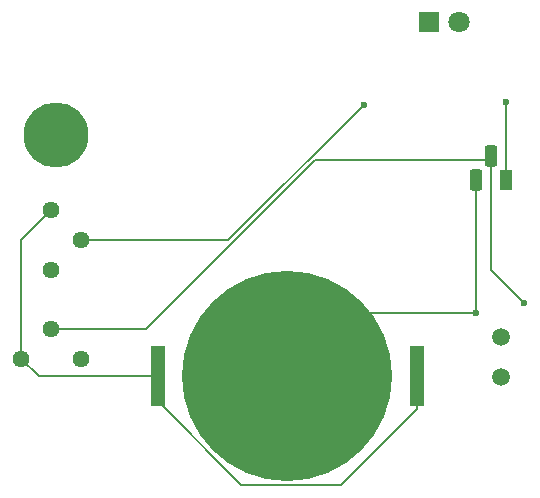
<source format=gbr>
%TF.GenerationSoftware,KiCad,Pcbnew,8.0.7*%
%TF.CreationDate,2025-06-23T15:52:58+10:00*%
%TF.ProjectId,solder,736f6c64-6572-42e6-9b69-6361645f7063,rev?*%
%TF.SameCoordinates,Original*%
%TF.FileFunction,Copper,L2,Bot*%
%TF.FilePolarity,Positive*%
%FSLAX46Y46*%
G04 Gerber Fmt 4.6, Leading zero omitted, Abs format (unit mm)*
G04 Created by KiCad (PCBNEW 8.0.7) date 2025-06-23 15:52:58*
%MOMM*%
%LPD*%
G01*
G04 APERTURE LIST*
G04 Aperture macros list*
%AMRoundRect*
0 Rectangle with rounded corners*
0 $1 Rounding radius*
0 $2 $3 $4 $5 $6 $7 $8 $9 X,Y pos of 4 corners*
0 Add a 4 corners polygon primitive as box body*
4,1,4,$2,$3,$4,$5,$6,$7,$8,$9,$2,$3,0*
0 Add four circle primitives for the rounded corners*
1,1,$1+$1,$2,$3*
1,1,$1+$1,$4,$5*
1,1,$1+$1,$6,$7*
1,1,$1+$1,$8,$9*
0 Add four rect primitives between the rounded corners*
20,1,$1+$1,$2,$3,$4,$5,0*
20,1,$1+$1,$4,$5,$6,$7,0*
20,1,$1+$1,$6,$7,$8,$9,0*
20,1,$1+$1,$8,$9,$2,$3,0*%
G04 Aperture macros list end*
%TA.AperFunction,ComponentPad*%
%ADD10R,1.800000X1.800000*%
%TD*%
%TA.AperFunction,ComponentPad*%
%ADD11C,1.800000*%
%TD*%
%TA.AperFunction,ComponentPad*%
%ADD12C,1.500000*%
%TD*%
%TA.AperFunction,ComponentPad*%
%ADD13C,1.440000*%
%TD*%
%TA.AperFunction,SMDPad,CuDef*%
%ADD14R,1.270000X5.080000*%
%TD*%
%TA.AperFunction,SMDPad,CuDef*%
%ADD15C,17.800000*%
%TD*%
%TA.AperFunction,ComponentPad*%
%ADD16R,1.100000X1.800000*%
%TD*%
%TA.AperFunction,ComponentPad*%
%ADD17RoundRect,0.275000X0.275000X0.625000X-0.275000X0.625000X-0.275000X-0.625000X0.275000X-0.625000X0*%
%TD*%
%TA.AperFunction,ViaPad*%
%ADD18C,5.500000*%
%TD*%
%TA.AperFunction,ViaPad*%
%ADD19C,0.600000*%
%TD*%
%TA.AperFunction,Conductor*%
%ADD20C,0.200000*%
%TD*%
G04 APERTURE END LIST*
D10*
%TO.P,D1,1,K*%
%TO.N,Net-(D1-K)*%
X149500000Y-69000000D03*
D11*
%TO.P,D1,2,A*%
%TO.N,Net-(D1-A)*%
X152040000Y-69000000D03*
%TD*%
D12*
%TO.P,R1,1*%
%TO.N,Net-(Q1-B)*%
X155550000Y-99060000D03*
%TO.P,R1,2*%
%TO.N,Net-(BT1--)*%
X155550000Y-95660000D03*
%TD*%
D13*
%TO.P,RV1,1,1*%
%TO.N,Net-(BT1-+)*%
X114975000Y-97540000D03*
%TO.P,RV1,2,2*%
%TO.N,Net-(Q1-B)*%
X117515000Y-95000000D03*
%TO.P,RV1,3,3*%
%TO.N,unconnected-(RV1-Pad3)*%
X120055000Y-97540000D03*
%TD*%
%TO.P,RV2,1,1*%
%TO.N,Net-(BT1-+)*%
X117500000Y-84960000D03*
%TO.P,RV2,2,2*%
%TO.N,Net-(D1-K)*%
X120040000Y-87500000D03*
%TO.P,RV2,3,3*%
%TO.N,unconnected-(RV2-Pad3)*%
X117500000Y-90040000D03*
%TD*%
D14*
%TO.P,BT1,1,+*%
%TO.N,Net-(BT1-+)*%
X148485000Y-99000000D03*
X126515000Y-99000000D03*
D15*
%TO.P,BT1,2,-*%
%TO.N,Net-(BT1--)*%
X137500000Y-99000000D03*
%TD*%
D16*
%TO.P,Q1,1,C*%
%TO.N,Net-(D1-A)*%
X156000000Y-82400000D03*
D17*
%TO.P,Q1,2,B*%
%TO.N,Net-(Q1-B)*%
X154730000Y-80330000D03*
%TO.P,Q1,3,E*%
%TO.N,Net-(BT1--)*%
X153460000Y-82400000D03*
%TD*%
D18*
%TO.N,*%
X117900000Y-78600000D03*
D19*
%TO.N,Net-(BT1--)*%
X153450000Y-93600000D03*
%TO.N,Net-(D1-K)*%
X144000000Y-76000000D03*
%TO.N,Net-(D1-A)*%
X156000000Y-75750000D03*
%TO.N,Net-(Q1-B)*%
X157550000Y-92800000D03*
%TD*%
D20*
%TO.N,Net-(BT1-+)*%
X117500000Y-84960000D02*
X114975000Y-87485000D01*
X126515000Y-101115000D02*
X126515000Y-99000000D01*
X133600000Y-108200000D02*
X126515000Y-101115000D01*
X142025000Y-108200000D02*
X133600000Y-108200000D01*
X114975000Y-97540000D02*
X116435000Y-99000000D01*
X148485000Y-99000000D02*
X148485000Y-101740000D01*
X148485000Y-101740000D02*
X142025000Y-108200000D01*
X114975000Y-87485000D02*
X114975000Y-97540000D01*
X116435000Y-99000000D02*
X126515000Y-99000000D01*
%TO.N,Net-(BT1--)*%
X153460000Y-93590000D02*
X153450000Y-93600000D01*
X142900000Y-93600000D02*
X153450000Y-93600000D01*
X137500000Y-99000000D02*
X142900000Y-93600000D01*
X153460000Y-82000000D02*
X153460000Y-93590000D01*
%TO.N,Net-(D1-K)*%
X132500000Y-87500000D02*
X144000000Y-76000000D01*
X120040000Y-87500000D02*
X132500000Y-87500000D01*
%TO.N,Net-(D1-A)*%
X156000000Y-75750000D02*
X156000000Y-82000000D01*
%TO.N,Net-(Q1-B)*%
X125565686Y-95000000D02*
X139835686Y-80730000D01*
X154730000Y-80730000D02*
X154730000Y-89980000D01*
X154730000Y-80730000D02*
X154310000Y-81150000D01*
X139835686Y-80730000D02*
X154730000Y-80730000D01*
X154730000Y-89980000D02*
X157550000Y-92800000D01*
X117515000Y-95000000D02*
X125565686Y-95000000D01*
%TD*%
M02*

</source>
